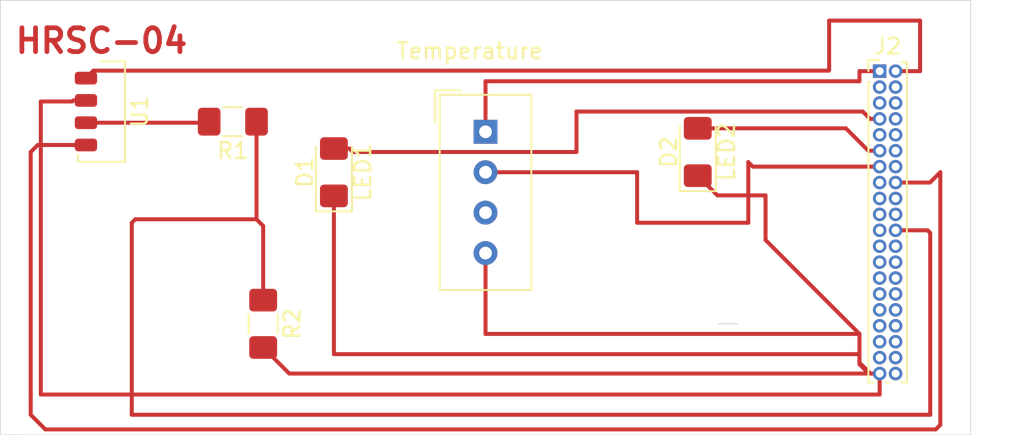
<source format=kicad_pcb>
(kicad_pcb (version 20171130) (host pcbnew "(5.1.2-1)-1")

  (general
    (thickness 1.6)
    (drawings 8)
    (tracks 77)
    (zones 0)
    (modules 7)
    (nets 43)
  )

  (page A4)
  (layers
    (0 F.Cu signal)
    (31 B.Cu signal)
    (32 B.Adhes user)
    (33 F.Adhes user)
    (34 B.Paste user)
    (35 F.Paste user)
    (36 B.SilkS user)
    (37 F.SilkS user)
    (38 B.Mask user)
    (39 F.Mask user)
    (40 Dwgs.User user)
    (41 Cmts.User user)
    (42 Eco1.User user)
    (43 Eco2.User user)
    (44 Edge.Cuts user)
    (45 Margin user)
    (46 B.CrtYd user)
    (47 F.CrtYd user)
    (48 B.Fab user)
    (49 F.Fab user)
  )

  (setup
    (last_trace_width 0.25)
    (trace_clearance 0.2)
    (zone_clearance 0.508)
    (zone_45_only no)
    (trace_min 0.2)
    (via_size 0.8)
    (via_drill 0.4)
    (via_min_size 0.4)
    (via_min_drill 0.3)
    (uvia_size 0.3)
    (uvia_drill 0.1)
    (uvias_allowed no)
    (uvia_min_size 0.2)
    (uvia_min_drill 0.1)
    (edge_width 0.05)
    (segment_width 0.2)
    (pcb_text_width 0.3)
    (pcb_text_size 1.5 1.5)
    (mod_edge_width 0.12)
    (mod_text_size 1 1)
    (mod_text_width 0.15)
    (pad_size 1.524 1.524)
    (pad_drill 0.762)
    (pad_to_mask_clearance 0.051)
    (solder_mask_min_width 0.25)
    (aux_axis_origin 0 0)
    (visible_elements FFFFFF7F)
    (pcbplotparams
      (layerselection 0x010fc_ffffffff)
      (usegerberextensions false)
      (usegerberattributes false)
      (usegerberadvancedattributes false)
      (creategerberjobfile false)
      (excludeedgelayer true)
      (linewidth 0.100000)
      (plotframeref false)
      (viasonmask false)
      (mode 1)
      (useauxorigin false)
      (hpglpennumber 1)
      (hpglpenspeed 20)
      (hpglpendiameter 15.000000)
      (psnegative false)
      (psa4output false)
      (plotreference true)
      (plotvalue true)
      (plotinvisibletext false)
      (padsonsilk false)
      (subtractmaskfromsilk false)
      (outputformat 1)
      (mirror false)
      (drillshape 1)
      (scaleselection 1)
      (outputdirectory ""))
  )

  (net 0 "")
  (net 1 "Net-(D1-Pad1)")
  (net 2 "Net-(D1-Pad2)")
  (net 3 "Net-(D2-Pad2)")
  (net 4 "Net-(J2-Pad1)")
  (net 5 "Net-(J2-Pad2)")
  (net 6 "Net-(J2-Pad3)")
  (net 7 "Net-(J2-Pad4)")
  (net 8 "Net-(J2-Pad5)")
  (net 9 "Net-(J2-Pad6)")
  (net 10 "Net-(J2-Pad8)")
  (net 11 "Net-(J2-Pad9)")
  (net 12 "Net-(J2-Pad10)")
  (net 13 "Net-(J2-Pad12)")
  (net 14 "Net-(J2-Pad13)")
  (net 15 "Net-(J2-Pad14)")
  (net 16 "Net-(J2-Pad15)")
  (net 17 "Net-(J2-Pad16)")
  (net 18 "Net-(J2-Pad17)")
  (net 19 "Net-(J2-Pad18)")
  (net 20 "Net-(J2-Pad19)")
  (net 21 "Net-(J2-Pad20)")
  (net 22 "Net-(J2-Pad21)")
  (net 23 "Net-(J2-Pad22)")
  (net 24 "Net-(J2-Pad23)")
  (net 25 "Net-(J2-Pad24)")
  (net 26 "Net-(J2-Pad25)")
  (net 27 "Net-(J2-Pad26)")
  (net 28 "Net-(J2-Pad27)")
  (net 29 "Net-(J2-Pad28)")
  (net 30 "Net-(J2-Pad29)")
  (net 31 "Net-(J2-Pad30)")
  (net 32 "Net-(J2-Pad31)")
  (net 33 "Net-(J2-Pad32)")
  (net 34 "Net-(J2-Pad33)")
  (net 35 "Net-(J2-Pad34)")
  (net 36 "Net-(J2-Pad35)")
  (net 37 "Net-(J2-Pad36)")
  (net 38 "Net-(J2-Pad37)")
  (net 39 "Net-(J2-Pad38)")
  (net 40 "Net-(J2-Pad40)")
  (net 41 "Net-(R1-Pad2)")
  (net 42 "Net-(U2-Pad3)")

  (net_class Default "This is the default net class."
    (clearance 0.2)
    (trace_width 0.25)
    (via_dia 0.8)
    (via_drill 0.4)
    (uvia_dia 0.3)
    (uvia_drill 0.1)
    (add_net "Net-(D1-Pad1)")
    (add_net "Net-(D1-Pad2)")
    (add_net "Net-(D2-Pad2)")
    (add_net "Net-(J2-Pad1)")
    (add_net "Net-(J2-Pad10)")
    (add_net "Net-(J2-Pad12)")
    (add_net "Net-(J2-Pad13)")
    (add_net "Net-(J2-Pad14)")
    (add_net "Net-(J2-Pad15)")
    (add_net "Net-(J2-Pad16)")
    (add_net "Net-(J2-Pad17)")
    (add_net "Net-(J2-Pad18)")
    (add_net "Net-(J2-Pad19)")
    (add_net "Net-(J2-Pad2)")
    (add_net "Net-(J2-Pad20)")
    (add_net "Net-(J2-Pad21)")
    (add_net "Net-(J2-Pad22)")
    (add_net "Net-(J2-Pad23)")
    (add_net "Net-(J2-Pad24)")
    (add_net "Net-(J2-Pad25)")
    (add_net "Net-(J2-Pad26)")
    (add_net "Net-(J2-Pad27)")
    (add_net "Net-(J2-Pad28)")
    (add_net "Net-(J2-Pad29)")
    (add_net "Net-(J2-Pad3)")
    (add_net "Net-(J2-Pad30)")
    (add_net "Net-(J2-Pad31)")
    (add_net "Net-(J2-Pad32)")
    (add_net "Net-(J2-Pad33)")
    (add_net "Net-(J2-Pad34)")
    (add_net "Net-(J2-Pad35)")
    (add_net "Net-(J2-Pad36)")
    (add_net "Net-(J2-Pad37)")
    (add_net "Net-(J2-Pad38)")
    (add_net "Net-(J2-Pad4)")
    (add_net "Net-(J2-Pad40)")
    (add_net "Net-(J2-Pad5)")
    (add_net "Net-(J2-Pad6)")
    (add_net "Net-(J2-Pad8)")
    (add_net "Net-(J2-Pad9)")
    (add_net "Net-(R1-Pad2)")
    (add_net "Net-(U2-Pad3)")
  )

  (module OptoDevice:Kingbright_KRC011_Vertical (layer F.Cu) (tedit 5B87091A) (tstamp 5CED33A4)
    (at 130.175 80.01 270)
    (descr "Subminiature Reflective Optical Sensor, http://www.kingbright.com/attachments/file/psearch/000/00/00/KRC011(Ver.15).pdf")
    (tags "Subminiature Reflective Optical Sensor")
    (path /5CEE10BC)
    (attr smd)
    (fp_text reference U1 (at 0 -2.4 90) (layer F.SilkS)
      (effects (font (size 1 1) (thickness 0.15)))
    )
    (fp_text value HCSR-04 (at -1.27 4.445 90) (layer F.Fab)
      (effects (font (size 1 1) (thickness 0.15)))
    )
    (fp_line (start 3.15 1.48) (end 2.75 1.48) (layer F.SilkS) (width 0.12))
    (fp_line (start 3.15 -1.48) (end 3.15 1.48) (layer F.SilkS) (width 0.12))
    (fp_line (start -3.35 -1.65) (end -3.35 1.95) (layer F.CrtYd) (width 0.05))
    (fp_line (start -3.35 1.95) (end 3.35 1.95) (layer F.CrtYd) (width 0.05))
    (fp_line (start 3.35 1.95) (end 3.35 -1.65) (layer F.CrtYd) (width 0.05))
    (fp_line (start -3.35 -1.65) (end 3.35 -1.65) (layer F.CrtYd) (width 0.05))
    (fp_line (start -3.15 -1.48) (end -3.15 0) (layer F.SilkS) (width 0.12))
    (fp_line (start 3.15 -1.48) (end -3.15 -1.48) (layer F.SilkS) (width 0.12))
    (fp_text user %R (at 0 0 90) (layer F.Fab)
      (effects (font (size 1 1) (thickness 0.15)))
    )
    (fp_line (start -3.05 0.675) (end -2.35 1.375) (layer F.Fab) (width 0.1))
    (fp_line (start -3.05 -1.375) (end 3.05 -1.375) (layer F.Fab) (width 0.1))
    (fp_line (start 3.05 -1.375) (end 3.05 1.375) (layer F.Fab) (width 0.1))
    (fp_line (start 3.05 1.375) (end -2.35 1.375) (layer F.Fab) (width 0.1))
    (fp_line (start -3.05 0.675) (end -3.05 -1.375) (layer F.Fab) (width 0.1))
    (pad 4 smd roundrect (at 2.1 0.975 270) (size 0.8 1.4) (layers F.Cu F.Paste F.Mask) (roundrect_rratio 0.25)
      (net 17 "Net-(J2-Pad16)"))
    (pad 3 smd roundrect (at 0.7 0.975 270) (size 0.8 1.4) (layers F.Cu F.Paste F.Mask) (roundrect_rratio 0.25)
      (net 41 "Net-(R1-Pad2)"))
    (pad 2 smd roundrect (at -0.7 0.975 270) (size 0.8 1.4) (layers F.Cu F.Paste F.Mask) (roundrect_rratio 0.25)
      (net 1 "Net-(D1-Pad1)"))
    (pad 1 smd roundrect (at -2.1 0.975 270) (size 0.8 1.4) (layers F.Cu F.Paste F.Mask) (roundrect_rratio 0.25)
      (net 5 "Net-(J2-Pad2)"))
    (model ${KISYS3DMOD}/OptoDevice.3dshapes/Kingbright_KRC011_Vertical.wrl
      (at (xyz 0 0 0))
      (scale (xyz 1 1 1))
      (rotate (xyz 0 0 0))
    )
  )

  (module Resistor_SMD:R_1206_3216Metric_Pad1.42x1.75mm_HandSolder (layer F.Cu) (tedit 5B301BBD) (tstamp 5CED338E)
    (at 140.335 93.345 270)
    (descr "Resistor SMD 1206 (3216 Metric), square (rectangular) end terminal, IPC_7351 nominal with elongated pad for handsoldering. (Body size source: http://www.tortai-tech.com/upload/download/2011102023233369053.pdf), generated with kicad-footprint-generator")
    (tags "resistor handsolder")
    (path /5CF0C0EC)
    (attr smd)
    (fp_text reference R2 (at 0 -1.82 90) (layer F.SilkS)
      (effects (font (size 1 1) (thickness 0.15)))
    )
    (fp_text value 2K (at 0 1.82 90) (layer F.Fab)
      (effects (font (size 1 1) (thickness 0.15)))
    )
    (fp_text user %R (at 0 0 90) (layer F.Fab)
      (effects (font (size 0.8 0.8) (thickness 0.12)))
    )
    (fp_line (start 2.45 1.12) (end -2.45 1.12) (layer F.CrtYd) (width 0.05))
    (fp_line (start 2.45 -1.12) (end 2.45 1.12) (layer F.CrtYd) (width 0.05))
    (fp_line (start -2.45 -1.12) (end 2.45 -1.12) (layer F.CrtYd) (width 0.05))
    (fp_line (start -2.45 1.12) (end -2.45 -1.12) (layer F.CrtYd) (width 0.05))
    (fp_line (start -0.602064 0.91) (end 0.602064 0.91) (layer F.SilkS) (width 0.12))
    (fp_line (start -0.602064 -0.91) (end 0.602064 -0.91) (layer F.SilkS) (width 0.12))
    (fp_line (start 1.6 0.8) (end -1.6 0.8) (layer F.Fab) (width 0.1))
    (fp_line (start 1.6 -0.8) (end 1.6 0.8) (layer F.Fab) (width 0.1))
    (fp_line (start -1.6 -0.8) (end 1.6 -0.8) (layer F.Fab) (width 0.1))
    (fp_line (start -1.6 0.8) (end -1.6 -0.8) (layer F.Fab) (width 0.1))
    (pad 2 smd roundrect (at 1.4875 0 270) (size 1.425 1.75) (layers F.Cu F.Paste F.Mask) (roundrect_rratio 0.175439)
      (net 1 "Net-(D1-Pad1)"))
    (pad 1 smd roundrect (at -1.4875 0 270) (size 1.425 1.75) (layers F.Cu F.Paste F.Mask) (roundrect_rratio 0.175439)
      (net 23 "Net-(J2-Pad22)"))
    (model ${KISYS3DMOD}/Resistor_SMD.3dshapes/R_1206_3216Metric.wrl
      (at (xyz 0 0 0))
      (scale (xyz 1 1 1))
      (rotate (xyz 0 0 0))
    )
  )

  (module LED_SMD:LED_1206_3216Metric_Pad1.42x1.75mm_HandSolder (layer F.Cu) (tedit 5B4B45C9) (tstamp 5CED32A4)
    (at 144.78 83.82 90)
    (descr "LED SMD 1206 (3216 Metric), square (rectangular) end terminal, IPC_7351 nominal, (Body size source: http://www.tortai-tech.com/upload/download/2011102023233369053.pdf), generated with kicad-footprint-generator")
    (tags "LED handsolder")
    (path /5CF11777)
    (attr smd)
    (fp_text reference D1 (at 0 -1.82 90) (layer F.SilkS)
      (effects (font (size 1 1) (thickness 0.15)))
    )
    (fp_text value LED1 (at 0 1.82 90) (layer F.SilkS)
      (effects (font (size 1 1) (thickness 0.15)))
    )
    (fp_line (start 1.6 -0.8) (end -1.2 -0.8) (layer F.Fab) (width 0.1))
    (fp_line (start -1.2 -0.8) (end -1.6 -0.4) (layer F.Fab) (width 0.1))
    (fp_line (start -1.6 -0.4) (end -1.6 0.8) (layer F.Fab) (width 0.1))
    (fp_line (start -1.6 0.8) (end 1.6 0.8) (layer F.Fab) (width 0.1))
    (fp_line (start 1.6 0.8) (end 1.6 -0.8) (layer F.Fab) (width 0.1))
    (fp_line (start 1.6 -1.135) (end -2.46 -1.135) (layer F.SilkS) (width 0.12))
    (fp_line (start -2.46 -1.135) (end -2.46 1.135) (layer F.SilkS) (width 0.12))
    (fp_line (start -2.46 1.135) (end 1.6 1.135) (layer F.SilkS) (width 0.12))
    (fp_line (start -2.45 1.12) (end -2.45 -1.12) (layer F.CrtYd) (width 0.05))
    (fp_line (start -2.45 -1.12) (end 2.45 -1.12) (layer F.CrtYd) (width 0.05))
    (fp_line (start 2.45 -1.12) (end 2.45 1.12) (layer F.CrtYd) (width 0.05))
    (fp_line (start 2.45 1.12) (end -2.45 1.12) (layer F.CrtYd) (width 0.05))
    (fp_text user %R (at 0 0 90) (layer F.Fab)
      (effects (font (size 0.8 0.8) (thickness 0.12)))
    )
    (pad 1 smd roundrect (at -1.4875 0 90) (size 1.425 1.75) (layers F.Cu F.Paste F.Mask) (roundrect_rratio 0.175439)
      (net 1 "Net-(D1-Pad1)"))
    (pad 2 smd roundrect (at 1.4875 0 90) (size 1.425 1.75) (layers F.Cu F.Paste F.Mask) (roundrect_rratio 0.175439)
      (net 2 "Net-(D1-Pad2)"))
    (model ${KISYS3DMOD}/LED_SMD.3dshapes/LED_1206_3216Metric.wrl
      (at (xyz 0 0 0))
      (scale (xyz 1 1 1))
      (rotate (xyz 0 0 0))
    )
  )

  (module LED_SMD:LED_1206_3216Metric_Pad1.42x1.75mm_HandSolder (layer F.Cu) (tedit 5B4B45C9) (tstamp 5CED32B7)
    (at 167.64 82.55 90)
    (descr "LED SMD 1206 (3216 Metric), square (rectangular) end terminal, IPC_7351 nominal, (Body size source: http://www.tortai-tech.com/upload/download/2011102023233369053.pdf), generated with kicad-footprint-generator")
    (tags "LED handsolder")
    (path /5CF1B020)
    (attr smd)
    (fp_text reference D2 (at 0 -1.82 90) (layer F.SilkS)
      (effects (font (size 1 1) (thickness 0.15)))
    )
    (fp_text value LED2 (at 0 1.82 90) (layer F.SilkS)
      (effects (font (size 1 1) (thickness 0.15)))
    )
    (fp_text user %R (at 0 0 90) (layer F.Fab)
      (effects (font (size 0.8 0.8) (thickness 0.12)))
    )
    (fp_line (start 2.45 1.12) (end -2.45 1.12) (layer F.CrtYd) (width 0.05))
    (fp_line (start 2.45 -1.12) (end 2.45 1.12) (layer F.CrtYd) (width 0.05))
    (fp_line (start -2.45 -1.12) (end 2.45 -1.12) (layer F.CrtYd) (width 0.05))
    (fp_line (start -2.45 1.12) (end -2.45 -1.12) (layer F.CrtYd) (width 0.05))
    (fp_line (start -2.46 1.135) (end 1.6 1.135) (layer F.SilkS) (width 0.12))
    (fp_line (start -2.46 -1.135) (end -2.46 1.135) (layer F.SilkS) (width 0.12))
    (fp_line (start 1.6 -1.135) (end -2.46 -1.135) (layer F.SilkS) (width 0.12))
    (fp_line (start 1.6 0.8) (end 1.6 -0.8) (layer F.Fab) (width 0.1))
    (fp_line (start -1.6 0.8) (end 1.6 0.8) (layer F.Fab) (width 0.1))
    (fp_line (start -1.6 -0.4) (end -1.6 0.8) (layer F.Fab) (width 0.1))
    (fp_line (start -1.2 -0.8) (end -1.6 -0.4) (layer F.Fab) (width 0.1))
    (fp_line (start 1.6 -0.8) (end -1.2 -0.8) (layer F.Fab) (width 0.1))
    (pad 2 smd roundrect (at 1.4875 0 90) (size 1.425 1.75) (layers F.Cu F.Paste F.Mask) (roundrect_rratio 0.175439)
      (net 3 "Net-(D2-Pad2)"))
    (pad 1 smd roundrect (at -1.4875 0 90) (size 1.425 1.75) (layers F.Cu F.Paste F.Mask) (roundrect_rratio 0.175439)
      (net 1 "Net-(D1-Pad1)"))
    (model ${KISYS3DMOD}/LED_SMD.3dshapes/LED_1206_3216Metric.wrl
      (at (xyz 0 0 0))
      (scale (xyz 1 1 1))
      (rotate (xyz 0 0 0))
    )
  )

  (module Resistor_SMD:R_1206_3216Metric_Pad1.42x1.75mm_HandSolder (layer F.Cu) (tedit 5B301BBD) (tstamp 5CED337D)
    (at 138.43 80.645 180)
    (descr "Resistor SMD 1206 (3216 Metric), square (rectangular) end terminal, IPC_7351 nominal with elongated pad for handsoldering. (Body size source: http://www.tortai-tech.com/upload/download/2011102023233369053.pdf), generated with kicad-footprint-generator")
    (tags "resistor handsolder")
    (path /5CF08C88)
    (attr smd)
    (fp_text reference R1 (at 0 -1.82) (layer F.SilkS)
      (effects (font (size 1 1) (thickness 0.15)))
    )
    (fp_text value 1K (at 0 1.82) (layer F.Fab)
      (effects (font (size 1 1) (thickness 0.15)))
    )
    (fp_line (start -1.6 0.8) (end -1.6 -0.8) (layer F.Fab) (width 0.1))
    (fp_line (start -1.6 -0.8) (end 1.6 -0.8) (layer F.Fab) (width 0.1))
    (fp_line (start 1.6 -0.8) (end 1.6 0.8) (layer F.Fab) (width 0.1))
    (fp_line (start 1.6 0.8) (end -1.6 0.8) (layer F.Fab) (width 0.1))
    (fp_line (start -0.602064 -0.91) (end 0.602064 -0.91) (layer F.SilkS) (width 0.12))
    (fp_line (start -0.602064 0.91) (end 0.602064 0.91) (layer F.SilkS) (width 0.12))
    (fp_line (start -2.45 1.12) (end -2.45 -1.12) (layer F.CrtYd) (width 0.05))
    (fp_line (start -2.45 -1.12) (end 2.45 -1.12) (layer F.CrtYd) (width 0.05))
    (fp_line (start 2.45 -1.12) (end 2.45 1.12) (layer F.CrtYd) (width 0.05))
    (fp_line (start 2.45 1.12) (end -2.45 1.12) (layer F.CrtYd) (width 0.05))
    (fp_text user %R (at 0 0) (layer F.Fab)
      (effects (font (size 0.8 0.8) (thickness 0.12)))
    )
    (pad 1 smd roundrect (at -1.4875 0 180) (size 1.425 1.75) (layers F.Cu F.Paste F.Mask) (roundrect_rratio 0.175439)
      (net 23 "Net-(J2-Pad22)"))
    (pad 2 smd roundrect (at 1.4875 0 180) (size 1.425 1.75) (layers F.Cu F.Paste F.Mask) (roundrect_rratio 0.175439)
      (net 41 "Net-(R1-Pad2)"))
    (model ${KISYS3DMOD}/Resistor_SMD.3dshapes/R_1206_3216Metric.wrl
      (at (xyz 0 0 0))
      (scale (xyz 1 1 1))
      (rotate (xyz 0 0 0))
    )
  )

  (module Sensor:Aosong_DHT11_5.5x12.0_P2.54mm (layer F.Cu) (tedit 5C4B60CF) (tstamp 5CED33BC)
    (at 154.305 81.28)
    (descr "Temperature and humidity module, http://akizukidenshi.com/download/ds/aosong/DHT11.pdf")
    (tags "Temperature and humidity module")
    (path /5CEDC759)
    (fp_text reference Temperature (at -1 -5.08) (layer F.SilkS)
      (effects (font (size 1 1) (thickness 0.15)))
    )
    (fp_text value DHT11 (at 0 11.3) (layer F.Fab)
      (effects (font (size 1 1) (thickness 0.15)))
    )
    (fp_line (start -1.75 -2.19) (end 2.75 -2.19) (layer F.Fab) (width 0.1))
    (fp_line (start 2.75 -2.19) (end 2.75 9.81) (layer F.Fab) (width 0.1))
    (fp_line (start 2.75 9.81) (end -2.75 9.81) (layer F.Fab) (width 0.1))
    (fp_line (start -2.75 -1.19) (end -2.75 9.81) (layer F.Fab) (width 0.1))
    (fp_line (start -2.87 -2.32) (end 2.87 -2.32) (layer F.SilkS) (width 0.12))
    (fp_line (start 2.88 -2.32) (end 2.88 9.94) (layer F.SilkS) (width 0.12))
    (fp_line (start 2.88 9.94) (end -2.88 9.94) (layer F.SilkS) (width 0.12))
    (fp_line (start -2.88 9.94) (end -2.88 -2.31) (layer F.SilkS) (width 0.12))
    (fp_text user %R (at 0 3.81) (layer F.Fab)
      (effects (font (size 1 1) (thickness 0.15)))
    )
    (fp_line (start -3 -2.44) (end 3 -2.44) (layer F.CrtYd) (width 0.05))
    (fp_line (start 3 -2.44) (end 3 10.06) (layer F.CrtYd) (width 0.05))
    (fp_line (start 3 10.06) (end -3 10.06) (layer F.CrtYd) (width 0.05))
    (fp_line (start -3 10.06) (end -3 -2.44) (layer F.CrtYd) (width 0.05))
    (fp_line (start -2.75 -1.19) (end -1.75 -2.19) (layer F.Fab) (width 0.1))
    (fp_line (start -3.16 -2.6) (end -3.16 -0.6) (layer F.SilkS) (width 0.12))
    (fp_line (start -3.16 -2.6) (end -1.55 -2.6) (layer F.SilkS) (width 0.12))
    (pad 1 thru_hole rect (at 0 0) (size 1.5 1.5) (drill 0.8) (layers *.Cu *.Mask)
      (net 4 "Net-(J2-Pad1)"))
    (pad 2 thru_hole circle (at 0 2.54) (size 1.5 1.5) (drill 0.8) (layers *.Cu *.Mask)
      (net 14 "Net-(J2-Pad13)"))
    (pad 3 thru_hole circle (at 0 5.08) (size 1.5 1.5) (drill 0.8) (layers *.Cu *.Mask)
      (net 42 "Net-(U2-Pad3)"))
    (pad 4 thru_hole circle (at 0 7.62) (size 1.5 1.5) (drill 0.8) (layers *.Cu *.Mask)
      (net 1 "Net-(D1-Pad1)"))
    (model ${KISYS3DMOD}/Sensor.3dshapes/Aosong_DHT11_5.5x12.0_P2.54mm.wrl
      (at (xyz 0 0 0))
      (scale (xyz 1 1 1))
      (rotate (xyz 0 0 0))
    )
  )

  (module Connector_PinHeader_1.00mm:PinHeader_2x20_P1.00mm_Vertical (layer F.Cu) (tedit 59FED738) (tstamp 5CED521F)
    (at 179.07 77.47)
    (descr "Through hole straight pin header, 2x20, 1.00mm pitch, double rows")
    (tags "Through hole pin header THT 2x20 1.00mm double row")
    (path /5CEE2A3E)
    (fp_text reference J2 (at 0.5 -1.56) (layer F.SilkS)
      (effects (font (size 1 1) (thickness 0.15)))
    )
    (fp_text value Conn_02x20_Odd_Even (at 0.5 20.56) (layer F.Fab)
      (effects (font (size 1 1) (thickness 0.15)))
    )
    (fp_line (start -0.075 -0.5) (end 1.65 -0.5) (layer F.Fab) (width 0.1))
    (fp_line (start 1.65 -0.5) (end 1.65 19.5) (layer F.Fab) (width 0.1))
    (fp_line (start 1.65 19.5) (end -0.65 19.5) (layer F.Fab) (width 0.1))
    (fp_line (start -0.65 19.5) (end -0.65 0.075) (layer F.Fab) (width 0.1))
    (fp_line (start -0.65 0.075) (end -0.075 -0.5) (layer F.Fab) (width 0.1))
    (fp_line (start -0.71 19.56) (end -0.394493 19.56) (layer F.SilkS) (width 0.12))
    (fp_line (start 1.394493 19.56) (end 1.71 19.56) (layer F.SilkS) (width 0.12))
    (fp_line (start 0.394493 19.56) (end 0.605507 19.56) (layer F.SilkS) (width 0.12))
    (fp_line (start -0.71 0.685) (end -0.71 19.56) (layer F.SilkS) (width 0.12))
    (fp_line (start 1.71 -0.56) (end 1.71 19.56) (layer F.SilkS) (width 0.12))
    (fp_line (start -0.71 0.685) (end -0.608276 0.685) (layer F.SilkS) (width 0.12))
    (fp_line (start 1.394493 -0.56) (end 1.71 -0.56) (layer F.SilkS) (width 0.12))
    (fp_line (start -0.71 0) (end -0.71 -0.685) (layer F.SilkS) (width 0.12))
    (fp_line (start -0.71 -0.685) (end 0 -0.685) (layer F.SilkS) (width 0.12))
    (fp_line (start -1.15 -1) (end -1.15 20) (layer F.CrtYd) (width 0.05))
    (fp_line (start -1.15 20) (end 2.15 20) (layer F.CrtYd) (width 0.05))
    (fp_line (start 2.15 20) (end 2.15 -1) (layer F.CrtYd) (width 0.05))
    (fp_line (start 2.15 -1) (end -1.15 -1) (layer F.CrtYd) (width 0.05))
    (fp_text user %R (at 0.5 9.5 90) (layer F.Fab)
      (effects (font (size 1 1) (thickness 0.15)))
    )
    (pad 1 thru_hole rect (at 0 0) (size 0.85 0.85) (drill 0.5) (layers *.Cu *.Mask)
      (net 4 "Net-(J2-Pad1)"))
    (pad 2 thru_hole oval (at 1 0) (size 0.85 0.85) (drill 0.5) (layers *.Cu *.Mask)
      (net 5 "Net-(J2-Pad2)"))
    (pad 3 thru_hole oval (at 0 1) (size 0.85 0.85) (drill 0.5) (layers *.Cu *.Mask)
      (net 6 "Net-(J2-Pad3)"))
    (pad 4 thru_hole oval (at 1 1) (size 0.85 0.85) (drill 0.5) (layers *.Cu *.Mask)
      (net 7 "Net-(J2-Pad4)"))
    (pad 5 thru_hole oval (at 0 2) (size 0.85 0.85) (drill 0.5) (layers *.Cu *.Mask)
      (net 8 "Net-(J2-Pad5)"))
    (pad 6 thru_hole oval (at 1 2) (size 0.85 0.85) (drill 0.5) (layers *.Cu *.Mask)
      (net 9 "Net-(J2-Pad6)"))
    (pad 7 thru_hole oval (at 0 3) (size 0.85 0.85) (drill 0.5) (layers *.Cu *.Mask)
      (net 2 "Net-(D1-Pad2)"))
    (pad 8 thru_hole oval (at 1 3) (size 0.85 0.85) (drill 0.5) (layers *.Cu *.Mask)
      (net 10 "Net-(J2-Pad8)"))
    (pad 9 thru_hole oval (at 0 4) (size 0.85 0.85) (drill 0.5) (layers *.Cu *.Mask)
      (net 11 "Net-(J2-Pad9)"))
    (pad 10 thru_hole oval (at 1 4) (size 0.85 0.85) (drill 0.5) (layers *.Cu *.Mask)
      (net 12 "Net-(J2-Pad10)"))
    (pad 11 thru_hole oval (at 0 5) (size 0.85 0.85) (drill 0.5) (layers *.Cu *.Mask)
      (net 3 "Net-(D2-Pad2)"))
    (pad 12 thru_hole oval (at 1 5) (size 0.85 0.85) (drill 0.5) (layers *.Cu *.Mask)
      (net 13 "Net-(J2-Pad12)"))
    (pad 13 thru_hole oval (at 0 6) (size 0.85 0.85) (drill 0.5) (layers *.Cu *.Mask)
      (net 14 "Net-(J2-Pad13)"))
    (pad 14 thru_hole oval (at 1 6) (size 0.85 0.85) (drill 0.5) (layers *.Cu *.Mask)
      (net 15 "Net-(J2-Pad14)"))
    (pad 15 thru_hole oval (at 0 7) (size 0.85 0.85) (drill 0.5) (layers *.Cu *.Mask)
      (net 16 "Net-(J2-Pad15)"))
    (pad 16 thru_hole oval (at 1 7) (size 0.85 0.85) (drill 0.5) (layers *.Cu *.Mask)
      (net 17 "Net-(J2-Pad16)"))
    (pad 17 thru_hole oval (at 0 8) (size 0.85 0.85) (drill 0.5) (layers *.Cu *.Mask)
      (net 18 "Net-(J2-Pad17)"))
    (pad 18 thru_hole oval (at 1 8) (size 0.85 0.85) (drill 0.5) (layers *.Cu *.Mask)
      (net 19 "Net-(J2-Pad18)"))
    (pad 19 thru_hole oval (at 0 9) (size 0.85 0.85) (drill 0.5) (layers *.Cu *.Mask)
      (net 20 "Net-(J2-Pad19)"))
    (pad 20 thru_hole oval (at 1 9) (size 0.85 0.85) (drill 0.5) (layers *.Cu *.Mask)
      (net 21 "Net-(J2-Pad20)"))
    (pad 21 thru_hole oval (at 0 10) (size 0.85 0.85) (drill 0.5) (layers *.Cu *.Mask)
      (net 22 "Net-(J2-Pad21)"))
    (pad 22 thru_hole oval (at 1 10) (size 0.85 0.85) (drill 0.5) (layers *.Cu *.Mask)
      (net 23 "Net-(J2-Pad22)"))
    (pad 23 thru_hole oval (at 0 11) (size 0.85 0.85) (drill 0.5) (layers *.Cu *.Mask)
      (net 24 "Net-(J2-Pad23)"))
    (pad 24 thru_hole oval (at 1 11) (size 0.85 0.85) (drill 0.5) (layers *.Cu *.Mask)
      (net 25 "Net-(J2-Pad24)"))
    (pad 25 thru_hole oval (at 0 12) (size 0.85 0.85) (drill 0.5) (layers *.Cu *.Mask)
      (net 26 "Net-(J2-Pad25)"))
    (pad 26 thru_hole oval (at 1 12) (size 0.85 0.85) (drill 0.5) (layers *.Cu *.Mask)
      (net 27 "Net-(J2-Pad26)"))
    (pad 27 thru_hole oval (at 0 13) (size 0.85 0.85) (drill 0.5) (layers *.Cu *.Mask)
      (net 28 "Net-(J2-Pad27)"))
    (pad 28 thru_hole oval (at 1 13) (size 0.85 0.85) (drill 0.5) (layers *.Cu *.Mask)
      (net 29 "Net-(J2-Pad28)"))
    (pad 29 thru_hole oval (at 0 14) (size 0.85 0.85) (drill 0.5) (layers *.Cu *.Mask)
      (net 30 "Net-(J2-Pad29)"))
    (pad 30 thru_hole oval (at 1 14) (size 0.85 0.85) (drill 0.5) (layers *.Cu *.Mask)
      (net 31 "Net-(J2-Pad30)"))
    (pad 31 thru_hole oval (at 0 15) (size 0.85 0.85) (drill 0.5) (layers *.Cu *.Mask)
      (net 32 "Net-(J2-Pad31)"))
    (pad 32 thru_hole oval (at 1 15) (size 0.85 0.85) (drill 0.5) (layers *.Cu *.Mask)
      (net 33 "Net-(J2-Pad32)"))
    (pad 33 thru_hole oval (at 0 16) (size 0.85 0.85) (drill 0.5) (layers *.Cu *.Mask)
      (net 34 "Net-(J2-Pad33)"))
    (pad 34 thru_hole oval (at 1 16) (size 0.85 0.85) (drill 0.5) (layers *.Cu *.Mask)
      (net 35 "Net-(J2-Pad34)"))
    (pad 35 thru_hole oval (at 0 17) (size 0.85 0.85) (drill 0.5) (layers *.Cu *.Mask)
      (net 36 "Net-(J2-Pad35)"))
    (pad 36 thru_hole oval (at 1 17) (size 0.85 0.85) (drill 0.5) (layers *.Cu *.Mask)
      (net 37 "Net-(J2-Pad36)"))
    (pad 37 thru_hole oval (at 0 18) (size 0.85 0.85) (drill 0.5) (layers *.Cu *.Mask)
      (net 38 "Net-(J2-Pad37)"))
    (pad 38 thru_hole oval (at 1 18) (size 0.85 0.85) (drill 0.5) (layers *.Cu *.Mask)
      (net 39 "Net-(J2-Pad38)"))
    (pad 39 thru_hole oval (at 0 19) (size 0.85 0.85) (drill 0.5) (layers *.Cu *.Mask)
      (net 1 "Net-(D1-Pad1)"))
    (pad 40 thru_hole oval (at 1 19) (size 0.85 0.85) (drill 0.5) (layers *.Cu *.Mask)
      (net 40 "Net-(J2-Pad40)"))
    (model ${KISYS3DMOD}/Connector_PinHeader_1.00mm.3dshapes/PinHeader_2x20_P1.00mm_Vertical.wrl
      (at (xyz 0 0 0))
      (scale (xyz 1 1 1))
      (rotate (xyz 0 0 0))
    )
  )

  (gr_text HRSC-04 (at 130.175 75.565) (layer F.Cu)
    (effects (font (size 1.5 1.5) (thickness 0.3)))
  )
  (gr_line (start 123.825 100.33) (end 125.095 100.33) (layer Edge.Cuts) (width 0.05))
  (gr_line (start 123.825 73.025) (end 123.825 100.33) (layer Edge.Cuts) (width 0.05))
  (gr_line (start 125.095 73.025) (end 123.825 73.025) (layer Edge.Cuts) (width 0.05))
  (gr_line (start 124.46 100.33) (end 184.785 100.33) (layer Edge.Cuts) (width 0.05) (tstamp 5CED5941))
  (gr_line (start 184.785 73.025) (end 125.095 73.025) (layer Edge.Cuts) (width 0.05))
  (gr_line (start 184.785 100.33) (end 184.785 73.025) (layer Edge.Cuts) (width 0.05))
  (gr_line (start 168.91 93.345) (end 170.18 93.345) (layer Edge.Cuts) (width 0.05))

  (segment (start 128.4 79.31) (end 128.335 79.375) (width 0.25) (layer F.Cu) (net 1))
  (segment (start 129.2 79.31) (end 128.4 79.31) (width 0.25) (layer F.Cu) (net 1))
  (segment (start 128.335 79.375) (end 126.365 79.375) (width 0.25) (layer F.Cu) (net 1))
  (segment (start 126.365 79.375) (end 126.365 97.79) (width 0.25) (layer F.Cu) (net 1))
  (segment (start 179.07 97.79) (end 179.07 96.47) (width 0.25) (layer F.Cu) (net 1))
  (segment (start 140.335 94.8325) (end 141.9725 96.47) (width 0.25) (layer F.Cu) (net 1))
  (segment (start 126.365 97.79) (end 179.07 97.79) (width 0.25) (layer F.Cu) (net 1))
  (segment (start 144.78 85.3075) (end 144.78 95.25) (width 0.25) (layer F.Cu) (net 1))
  (segment (start 144.78 95.25) (end 177.8 95.25) (width 0.25) (layer F.Cu) (net 1))
  (segment (start 177.8 95.25) (end 177.8 95.885) (width 0.25) (layer F.Cu) (net 1))
  (segment (start 178.385 96.47) (end 179.07 96.47) (width 0.25) (layer F.Cu) (net 1))
  (segment (start 177.8 95.885) (end 178.385 96.47) (width 0.25) (layer F.Cu) (net 1))
  (segment (start 154.305 88.9) (end 154.305 93.98) (width 0.25) (layer F.Cu) (net 1))
  (segment (start 154.305 93.98) (end 177.8 93.98) (width 0.25) (layer F.Cu) (net 1))
  (segment (start 177.8 95.80104) (end 178.46896 96.47) (width 0.25) (layer F.Cu) (net 1))
  (segment (start 177.8 93.98) (end 177.8 95.80104) (width 0.25) (layer F.Cu) (net 1))
  (segment (start 168.87749 85.27499) (end 171.90001 85.27499) (width 0.25) (layer F.Cu) (net 1))
  (segment (start 167.64 84.0375) (end 168.87749 85.27499) (width 0.25) (layer F.Cu) (net 1))
  (segment (start 178.46896 96.47) (end 179.07 96.47) (width 0.25) (layer F.Cu) (net 1))
  (segment (start 171.90001 88.08001) (end 177.8 93.98) (width 0.25) (layer F.Cu) (net 1))
  (segment (start 171.90001 85.27499) (end 171.90001 88.08001) (width 0.25) (layer F.Cu) (net 1))
  (segment (start 177.8 95.785) (end 178.485 96.47) (width 0.25) (layer F.Cu) (net 1))
  (segment (start 177.8 93.98) (end 177.8 95.785) (width 0.25) (layer F.Cu) (net 1))
  (segment (start 178.485 96.47) (end 179.07 96.47) (width 0.25) (layer F.Cu) (net 1))
  (segment (start 141.9725 96.47) (end 178.485 96.47) (width 0.25) (layer F.Cu) (net 1))
  (segment (start 145.755 82.3325) (end 145.9725 82.55) (width 0.25) (layer F.Cu) (net 2))
  (segment (start 144.78 82.3325) (end 145.755 82.3325) (width 0.25) (layer F.Cu) (net 2))
  (segment (start 145.9725 82.55) (end 160.02 82.55) (width 0.25) (layer F.Cu) (net 2))
  (segment (start 160.02 82.55) (end 160.02 80.01) (width 0.25) (layer F.Cu) (net 2))
  (segment (start 178.46896 80.47) (end 179.07 80.47) (width 0.25) (layer F.Cu) (net 2))
  (segment (start 178.00896 80.01) (end 178.46896 80.47) (width 0.25) (layer F.Cu) (net 2))
  (segment (start 160.02 80.01) (end 178.00896 80.01) (width 0.25) (layer F.Cu) (net 2))
  (segment (start 167.64 81.0625) (end 176.9475 81.0625) (width 0.25) (layer F.Cu) (net 3))
  (segment (start 178.355 82.47) (end 179.07 82.47) (width 0.25) (layer F.Cu) (net 3))
  (segment (start 176.9475 81.0625) (end 178.355 82.47) (width 0.25) (layer F.Cu) (net 3))
  (segment (start 177.8 77.47) (end 179.07 77.47) (width 0.25) (layer F.Cu) (net 4))
  (segment (start 154.305 78.105) (end 177.8 78.105) (width 0.25) (layer F.Cu) (net 4))
  (segment (start 177.8 78.105) (end 177.8 77.47) (width 0.25) (layer F.Cu) (net 4))
  (segment (start 154.305 81.28) (end 154.305 78.105) (width 0.25) (layer F.Cu) (net 4))
  (segment (start 129.67071 77.43929) (end 175.86429 77.43929) (width 0.25) (layer F.Cu) (net 5))
  (segment (start 129.2 77.91) (end 129.67071 77.43929) (width 0.25) (layer F.Cu) (net 5))
  (segment (start 175.86429 77.43929) (end 175.895 77.40858) (width 0.25) (layer F.Cu) (net 5))
  (segment (start 175.895 77.40858) (end 175.895 74.295) (width 0.25) (layer F.Cu) (net 5))
  (segment (start 175.895 74.295) (end 181.61 74.295) (width 0.25) (layer F.Cu) (net 5))
  (segment (start 181.61 74.295) (end 181.61 77.47) (width 0.25) (layer F.Cu) (net 5))
  (segment (start 181.61 77.47) (end 180.07 77.47) (width 0.25) (layer F.Cu) (net 5))
  (segment (start 154.305 83.82) (end 163.83 83.82) (width 0.25) (layer F.Cu) (net 14))
  (segment (start 163.83 83.82) (end 163.83 86.995) (width 0.25) (layer F.Cu) (net 14))
  (segment (start 163.83 86.995) (end 170.815 86.995) (width 0.25) (layer F.Cu) (net 14))
  (segment (start 171.1 83.47) (end 179.07 83.47) (width 0.25) (layer F.Cu) (net 14))
  (segment (start 170.815 83.185) (end 171.1 83.47) (width 0.25) (layer F.Cu) (net 14))
  (segment (start 170.815 84.455) (end 170.815 83.185) (width 0.25) (layer F.Cu) (net 14))
  (segment (start 170.815 86.995) (end 170.815 85.725) (width 0.25) (layer F.Cu) (net 14))
  (segment (start 170.815 85.725) (end 170.815 84.455) (width 0.25) (layer F.Cu) (net 14))
  (segment (start 129.2 82.11) (end 126.17 82.11) (width 0.25) (layer F.Cu) (net 17))
  (segment (start 126.17 82.11) (end 125.73 82.55) (width 0.25) (layer F.Cu) (net 17))
  (segment (start 125.73 82.55) (end 125.73 97.79141) (width 0.25) (layer F.Cu) (net 17))
  (segment (start 125.73 97.79141) (end 125.73 97.78859) (width 0.25) (layer F.Cu) (net 17))
  (segment (start 125.73 97.79141) (end 125.73 99.06) (width 0.25) (layer F.Cu) (net 17))
  (segment (start 126.64999 99.97999) (end 182.59501 99.97999) (width 0.25) (layer F.Cu) (net 17))
  (segment (start 125.73 99.06) (end 126.64999 99.97999) (width 0.25) (layer F.Cu) (net 17))
  (segment (start 182.59501 99.97999) (end 182.88 99.695) (width 0.25) (layer F.Cu) (net 17))
  (segment (start 182.88 99.695) (end 182.88 83.82) (width 0.25) (layer F.Cu) (net 17))
  (segment (start 182.23 84.47) (end 180.07 84.47) (width 0.25) (layer F.Cu) (net 17))
  (segment (start 182.88 83.82) (end 182.23 84.47) (width 0.25) (layer F.Cu) (net 17))
  (segment (start 139.9175 80.645) (end 139.9175 86.7775) (width 0.25) (layer F.Cu) (net 23))
  (segment (start 182.085 87.47) (end 180.07 87.47) (width 0.25) (layer F.Cu) (net 23))
  (segment (start 182.245 87.63) (end 182.085 87.47) (width 0.25) (layer F.Cu) (net 23))
  (segment (start 182.245 99.06) (end 182.245 87.63) (width 0.25) (layer F.Cu) (net 23))
  (segment (start 132.08 99.06) (end 182.245 99.06) (width 0.25) (layer F.Cu) (net 23))
  (segment (start 132.08 86.995) (end 132.08 99.06) (width 0.25) (layer F.Cu) (net 23))
  (segment (start 132.2975 86.7775) (end 132.08 86.995) (width 0.25) (layer F.Cu) (net 23))
  (segment (start 139.9175 86.7775) (end 132.2975 86.7775) (width 0.25) (layer F.Cu) (net 23))
  (segment (start 140.335 87.195) (end 139.9175 86.7775) (width 0.25) (layer F.Cu) (net 23))
  (segment (start 140.335 91.8575) (end 140.335 87.195) (width 0.25) (layer F.Cu) (net 23))
  (segment (start 136.8775 80.71) (end 136.9425 80.645) (width 0.25) (layer F.Cu) (net 41))
  (segment (start 129.2 80.71) (end 136.8775 80.71) (width 0.25) (layer F.Cu) (net 41))

)

</source>
